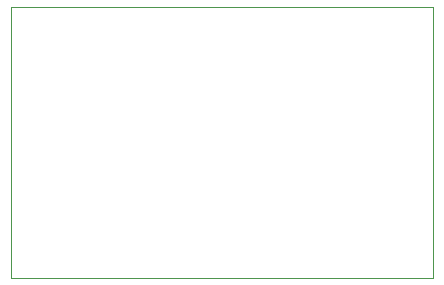
<source format=gbr>
G04 #@! TF.GenerationSoftware,KiCad,Pcbnew,5.1.5*
G04 #@! TF.CreationDate,2019-12-05T19:55:24+01:00*
G04 #@! TF.ProjectId,tiny328room,74696e79-3332-4387-926f-6f6d2e6b6963,rev?*
G04 #@! TF.SameCoordinates,Original*
G04 #@! TF.FileFunction,Profile,NP*
%FSLAX46Y46*%
G04 Gerber Fmt 4.6, Leading zero omitted, Abs format (unit mm)*
G04 Created by KiCad (PCBNEW 5.1.5) date 2019-12-05 19:55:24*
%MOMM*%
%LPD*%
G04 APERTURE LIST*
%ADD10C,0.100000*%
G04 APERTURE END LIST*
D10*
X111226600Y-93395800D02*
X111226600Y-70510400D01*
X146913600Y-93395800D02*
X111226600Y-93395800D01*
X146913600Y-70510400D02*
X146913600Y-93395800D01*
X111226600Y-70510400D02*
X146913600Y-70510400D01*
M02*

</source>
